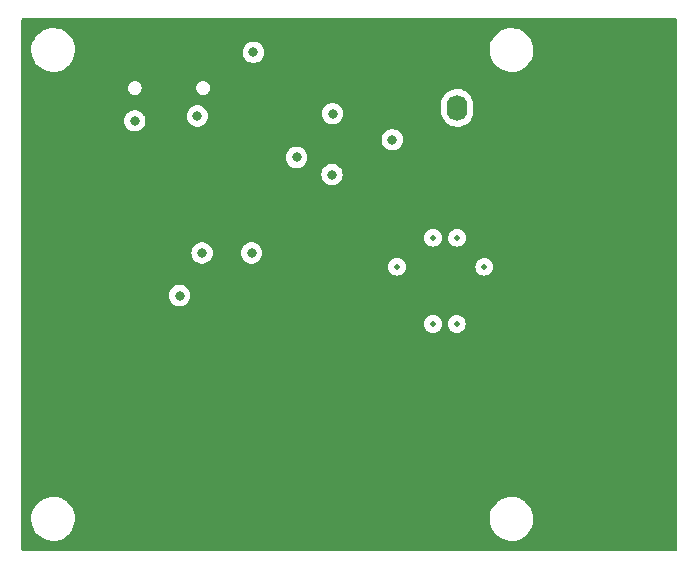
<source format=gbr>
%TF.GenerationSoftware,KiCad,Pcbnew,(7.0.0)*%
%TF.CreationDate,2023-06-21T12:56:18+01:00*%
%TF.ProjectId,CSAD10,43534144-3130-42e6-9b69-6361645f7063,0.2*%
%TF.SameCoordinates,Original*%
%TF.FileFunction,Copper,L3,Inr*%
%TF.FilePolarity,Positive*%
%FSLAX46Y46*%
G04 Gerber Fmt 4.6, Leading zero omitted, Abs format (unit mm)*
G04 Created by KiCad (PCBNEW (7.0.0)) date 2023-06-21 12:56:18*
%MOMM*%
%LPD*%
G01*
G04 APERTURE LIST*
G04 Aperture macros list*
%AMRoundRect*
0 Rectangle with rounded corners*
0 $1 Rounding radius*
0 $2 $3 $4 $5 $6 $7 $8 $9 X,Y pos of 4 corners*
0 Add a 4 corners polygon primitive as box body*
4,1,4,$2,$3,$4,$5,$6,$7,$8,$9,$2,$3,0*
0 Add four circle primitives for the rounded corners*
1,1,$1+$1,$2,$3*
1,1,$1+$1,$4,$5*
1,1,$1+$1,$6,$7*
1,1,$1+$1,$8,$9*
0 Add four rect primitives between the rounded corners*
20,1,$1+$1,$2,$3,$4,$5,0*
20,1,$1+$1,$4,$5,$6,$7,0*
20,1,$1+$1,$6,$7,$8,$9,0*
20,1,$1+$1,$8,$9,$2,$3,0*%
G04 Aperture macros list end*
%TA.AperFunction,ComponentPad*%
%ADD10RoundRect,0.250000X-0.620000X-0.845000X0.620000X-0.845000X0.620000X0.845000X-0.620000X0.845000X0*%
%TD*%
%TA.AperFunction,ComponentPad*%
%ADD11O,1.740000X2.190000*%
%TD*%
%TA.AperFunction,ComponentPad*%
%ADD12C,0.550000*%
%TD*%
%TA.AperFunction,ViaPad*%
%ADD13C,0.800000*%
%TD*%
%TA.AperFunction,ViaPad*%
%ADD14C,0.500000*%
%TD*%
G04 APERTURE END LIST*
D10*
%TO.N,GND*%
%TO.C,J1*%
X152760000Y-86000000D03*
D11*
%TO.N,Net-(J1-Pin_2)*%
X155299999Y-85999999D03*
%TD*%
D12*
%TO.N,GND*%
%TO.C,U3*%
X154000000Y-99400000D03*
X155300000Y-100700000D03*
X154000000Y-100700000D03*
X152700000Y-100700000D03*
X154000000Y-102000000D03*
%TD*%
D13*
%TO.N,GND*%
X124000000Y-85000000D03*
X146525000Y-87500000D03*
X120000000Y-85000000D03*
X127000000Y-103000000D03*
X135000000Y-90000000D03*
X153000000Y-120000000D03*
D14*
X153250000Y-106900000D03*
D13*
X153000000Y-113000000D03*
D14*
X147200000Y-99450000D03*
D13*
X168800000Y-114000000D03*
X162200000Y-87200000D03*
X168800000Y-104900000D03*
X165000000Y-119000000D03*
X169100000Y-82500000D03*
X163500000Y-79000000D03*
X136900000Y-83100000D03*
X133000000Y-120000000D03*
X149400000Y-110100000D03*
X166300000Y-82600000D03*
X158000000Y-85000000D03*
X127000000Y-100000000D03*
X166400000Y-87100000D03*
X131000000Y-98000000D03*
X146000000Y-104000000D03*
X159000000Y-91500000D03*
X126800000Y-86500000D03*
X159000000Y-101000000D03*
X168700000Y-118500000D03*
X165500000Y-109700000D03*
D14*
X153250000Y-94600000D03*
D13*
X166000000Y-91500000D03*
X125000000Y-98000000D03*
X145000000Y-96000000D03*
X123000000Y-110000000D03*
X156300000Y-81000000D03*
X165200000Y-101000000D03*
X138000000Y-90000000D03*
X162200000Y-114300000D03*
X150300000Y-85200000D03*
D14*
X155300000Y-94600000D03*
D13*
X135900000Y-103900000D03*
X131000000Y-103000000D03*
X168800000Y-100400000D03*
X158000000Y-106000000D03*
X124000000Y-89000000D03*
X151300000Y-91400000D03*
X165600000Y-122500000D03*
X160000000Y-110000000D03*
X129000000Y-89000000D03*
X149100000Y-85200000D03*
X149000000Y-79000000D03*
X166700000Y-95900000D03*
X166100000Y-105500000D03*
X135000000Y-86400000D03*
X168900000Y-95900000D03*
X150300000Y-79000000D03*
X169000000Y-91400000D03*
X169100000Y-86900000D03*
X165500000Y-114300000D03*
X132400000Y-110100000D03*
X121000000Y-98000000D03*
X143000000Y-120000000D03*
X156900000Y-95200000D03*
D14*
X155250000Y-106900000D03*
D13*
X168900000Y-109100000D03*
%TO.N,+3.3V*%
X144750000Y-86500000D03*
X133700000Y-98300000D03*
D14*
X155250000Y-104300000D03*
X155300000Y-97000000D03*
D13*
X141700000Y-90200000D03*
D14*
X153250000Y-97000000D03*
D13*
X137900000Y-98300000D03*
D14*
X157600000Y-99450000D03*
X153250000Y-104300000D03*
D13*
X149800000Y-88700000D03*
D14*
X150200000Y-99450000D03*
D13*
%TO.N,Net-(JP1-C)*%
X144700000Y-91650000D03*
X131800000Y-101900000D03*
%TO.N,Net-(J1-Pin_2)*%
X138050000Y-81300000D03*
X128000000Y-87100000D03*
X133300000Y-86700000D03*
%TD*%
%TA.AperFunction,Conductor*%
%TO.N,GND*%
G36*
X173837500Y-78417113D02*
G01*
X173882887Y-78462500D01*
X173899500Y-78524500D01*
X173899500Y-123375500D01*
X173882887Y-123437500D01*
X173837500Y-123482887D01*
X173775500Y-123499500D01*
X118524500Y-123499500D01*
X118462500Y-123482887D01*
X118417113Y-123437500D01*
X118400500Y-123375500D01*
X118400500Y-120867765D01*
X119245788Y-120867765D01*
X119246282Y-120872262D01*
X119246283Y-120872267D01*
X119274917Y-121132506D01*
X119274918Y-121132513D01*
X119275414Y-121137018D01*
X119276559Y-121141398D01*
X119276561Y-121141408D01*
X119308830Y-121264838D01*
X119343928Y-121399088D01*
X119345693Y-121403242D01*
X119345696Y-121403250D01*
X119448099Y-121644223D01*
X119449870Y-121648390D01*
X119452226Y-121652251D01*
X119452229Y-121652256D01*
X119588618Y-121875737D01*
X119590982Y-121879610D01*
X119764255Y-122087820D01*
X119767630Y-122090844D01*
X119767631Y-122090845D01*
X119872330Y-122184656D01*
X119965998Y-122268582D01*
X120191910Y-122418044D01*
X120437176Y-122533020D01*
X120696569Y-122611060D01*
X120964561Y-122650500D01*
X121165369Y-122650500D01*
X121167631Y-122650500D01*
X121370156Y-122635677D01*
X121634553Y-122576780D01*
X121887558Y-122480014D01*
X122123777Y-122347441D01*
X122338177Y-122181888D01*
X122526186Y-121986881D01*
X122683799Y-121766579D01*
X122807656Y-121525675D01*
X122895118Y-121269305D01*
X122944319Y-121002933D01*
X122949259Y-120867765D01*
X158045788Y-120867765D01*
X158046282Y-120872262D01*
X158046283Y-120872267D01*
X158074917Y-121132506D01*
X158074918Y-121132513D01*
X158075414Y-121137018D01*
X158076559Y-121141398D01*
X158076561Y-121141408D01*
X158108830Y-121264838D01*
X158143928Y-121399088D01*
X158145693Y-121403242D01*
X158145696Y-121403250D01*
X158248099Y-121644223D01*
X158249870Y-121648390D01*
X158252226Y-121652251D01*
X158252229Y-121652256D01*
X158388618Y-121875737D01*
X158390982Y-121879610D01*
X158564255Y-122087820D01*
X158567630Y-122090844D01*
X158567631Y-122090845D01*
X158672330Y-122184656D01*
X158765998Y-122268582D01*
X158991910Y-122418044D01*
X159237176Y-122533020D01*
X159496569Y-122611060D01*
X159764561Y-122650500D01*
X159965369Y-122650500D01*
X159967631Y-122650500D01*
X160170156Y-122635677D01*
X160434553Y-122576780D01*
X160687558Y-122480014D01*
X160923777Y-122347441D01*
X161138177Y-122181888D01*
X161326186Y-121986881D01*
X161483799Y-121766579D01*
X161607656Y-121525675D01*
X161695118Y-121269305D01*
X161744319Y-121002933D01*
X161754212Y-120732235D01*
X161724586Y-120462982D01*
X161656072Y-120200912D01*
X161550130Y-119951610D01*
X161409018Y-119720390D01*
X161235745Y-119512180D01*
X161130759Y-119418112D01*
X161037382Y-119334446D01*
X161037378Y-119334442D01*
X161034002Y-119331418D01*
X160808090Y-119181956D01*
X160803996Y-119180036D01*
X160803991Y-119180034D01*
X160566929Y-119068904D01*
X160566925Y-119068902D01*
X160562824Y-119066980D01*
X160558477Y-119065672D01*
X160558474Y-119065671D01*
X160307772Y-118990246D01*
X160307771Y-118990245D01*
X160303431Y-118988940D01*
X160298957Y-118988281D01*
X160298950Y-118988280D01*
X160039913Y-118950158D01*
X160039907Y-118950157D01*
X160035439Y-118949500D01*
X159832369Y-118949500D01*
X159830120Y-118949664D01*
X159830109Y-118949665D01*
X159634363Y-118963992D01*
X159634359Y-118963992D01*
X159629844Y-118964323D01*
X159625426Y-118965307D01*
X159625420Y-118965308D01*
X159369877Y-119022232D01*
X159369861Y-119022236D01*
X159365447Y-119023220D01*
X159361216Y-119024838D01*
X159361210Y-119024840D01*
X159116673Y-119118367D01*
X159116663Y-119118371D01*
X159112442Y-119119986D01*
X159108494Y-119122201D01*
X159108489Y-119122204D01*
X158880176Y-119250340D01*
X158880171Y-119250343D01*
X158876223Y-119252559D01*
X158872639Y-119255325D01*
X158872635Y-119255329D01*
X158665407Y-119415343D01*
X158665394Y-119415354D01*
X158661823Y-119418112D01*
X158658685Y-119421366D01*
X158658678Y-119421373D01*
X158476958Y-119609857D01*
X158476952Y-119609864D01*
X158473814Y-119613119D01*
X158471189Y-119616787D01*
X158471179Y-119616800D01*
X158318834Y-119829740D01*
X158318830Y-119829745D01*
X158316201Y-119833421D01*
X158314132Y-119837444D01*
X158314129Y-119837450D01*
X158194416Y-120070293D01*
X158194411Y-120070304D01*
X158192344Y-120074325D01*
X158190884Y-120078602D01*
X158190879Y-120078616D01*
X158106348Y-120326395D01*
X158106344Y-120326407D01*
X158104882Y-120330695D01*
X158104057Y-120335159D01*
X158104057Y-120335161D01*
X158056504Y-120592606D01*
X158056502Y-120592619D01*
X158055681Y-120597067D01*
X158055515Y-120601593D01*
X158055515Y-120601599D01*
X158050576Y-120736762D01*
X158045788Y-120867765D01*
X122949259Y-120867765D01*
X122954212Y-120732235D01*
X122924586Y-120462982D01*
X122856072Y-120200912D01*
X122750130Y-119951610D01*
X122609018Y-119720390D01*
X122435745Y-119512180D01*
X122330759Y-119418112D01*
X122237382Y-119334446D01*
X122237378Y-119334442D01*
X122234002Y-119331418D01*
X122008090Y-119181956D01*
X122003996Y-119180036D01*
X122003991Y-119180034D01*
X121766929Y-119068904D01*
X121766925Y-119068902D01*
X121762824Y-119066980D01*
X121758477Y-119065672D01*
X121758474Y-119065671D01*
X121507772Y-118990246D01*
X121507771Y-118990245D01*
X121503431Y-118988940D01*
X121498957Y-118988281D01*
X121498950Y-118988280D01*
X121239913Y-118950158D01*
X121239907Y-118950157D01*
X121235439Y-118949500D01*
X121032369Y-118949500D01*
X121030120Y-118949664D01*
X121030109Y-118949665D01*
X120834363Y-118963992D01*
X120834359Y-118963992D01*
X120829844Y-118964323D01*
X120825426Y-118965307D01*
X120825420Y-118965308D01*
X120569877Y-119022232D01*
X120569861Y-119022236D01*
X120565447Y-119023220D01*
X120561216Y-119024838D01*
X120561210Y-119024840D01*
X120316673Y-119118367D01*
X120316663Y-119118371D01*
X120312442Y-119119986D01*
X120308494Y-119122201D01*
X120308489Y-119122204D01*
X120080176Y-119250340D01*
X120080171Y-119250343D01*
X120076223Y-119252559D01*
X120072639Y-119255325D01*
X120072635Y-119255329D01*
X119865407Y-119415343D01*
X119865394Y-119415354D01*
X119861823Y-119418112D01*
X119858685Y-119421366D01*
X119858678Y-119421373D01*
X119676958Y-119609857D01*
X119676952Y-119609864D01*
X119673814Y-119613119D01*
X119671189Y-119616787D01*
X119671179Y-119616800D01*
X119518834Y-119829740D01*
X119518830Y-119829745D01*
X119516201Y-119833421D01*
X119514132Y-119837444D01*
X119514129Y-119837450D01*
X119394416Y-120070293D01*
X119394411Y-120070304D01*
X119392344Y-120074325D01*
X119390884Y-120078602D01*
X119390879Y-120078616D01*
X119306348Y-120326395D01*
X119306344Y-120326407D01*
X119304882Y-120330695D01*
X119304057Y-120335159D01*
X119304057Y-120335161D01*
X119256504Y-120592606D01*
X119256502Y-120592619D01*
X119255681Y-120597067D01*
X119255515Y-120601593D01*
X119255515Y-120601599D01*
X119250576Y-120736762D01*
X119245788Y-120867765D01*
X118400500Y-120867765D01*
X118400500Y-104300000D01*
X152494751Y-104300000D01*
X152495531Y-104306923D01*
X152512906Y-104461135D01*
X152512907Y-104461142D01*
X152513687Y-104468059D01*
X152569544Y-104627690D01*
X152659523Y-104770890D01*
X152779110Y-104890477D01*
X152922310Y-104980456D01*
X153081941Y-105036313D01*
X153250000Y-105055249D01*
X153418059Y-105036313D01*
X153577690Y-104980456D01*
X153720890Y-104890477D01*
X153840477Y-104770890D01*
X153930456Y-104627690D01*
X153986313Y-104468059D01*
X154005249Y-104300000D01*
X154494751Y-104300000D01*
X154495531Y-104306923D01*
X154512906Y-104461135D01*
X154512907Y-104461142D01*
X154513687Y-104468059D01*
X154569544Y-104627690D01*
X154659523Y-104770890D01*
X154779110Y-104890477D01*
X154922310Y-104980456D01*
X155081941Y-105036313D01*
X155250000Y-105055249D01*
X155418059Y-105036313D01*
X155577690Y-104980456D01*
X155720890Y-104890477D01*
X155840477Y-104770890D01*
X155930456Y-104627690D01*
X155986313Y-104468059D01*
X156005249Y-104300000D01*
X155986313Y-104131941D01*
X155930456Y-103972310D01*
X155840477Y-103829110D01*
X155720890Y-103709523D01*
X155577690Y-103619544D01*
X155571124Y-103617246D01*
X155571121Y-103617245D01*
X155424633Y-103565987D01*
X155424630Y-103565986D01*
X155418059Y-103563687D01*
X155411142Y-103562907D01*
X155411135Y-103562906D01*
X155256923Y-103545531D01*
X155250000Y-103544751D01*
X155243077Y-103545531D01*
X155088864Y-103562906D01*
X155088855Y-103562907D01*
X155081941Y-103563687D01*
X155075371Y-103565985D01*
X155075366Y-103565987D01*
X154928878Y-103617245D01*
X154928872Y-103617247D01*
X154922310Y-103619544D01*
X154916419Y-103623245D01*
X154916418Y-103623246D01*
X154785010Y-103705815D01*
X154785005Y-103705818D01*
X154779110Y-103709523D01*
X154774185Y-103714447D01*
X154774181Y-103714451D01*
X154664451Y-103824181D01*
X154664447Y-103824185D01*
X154659523Y-103829110D01*
X154655818Y-103835005D01*
X154655815Y-103835010D01*
X154573246Y-103966418D01*
X154569544Y-103972310D01*
X154567247Y-103978872D01*
X154567245Y-103978878D01*
X154515987Y-104125366D01*
X154515985Y-104125371D01*
X154513687Y-104131941D01*
X154512907Y-104138855D01*
X154512906Y-104138864D01*
X154495531Y-104293077D01*
X154494751Y-104300000D01*
X154005249Y-104300000D01*
X153986313Y-104131941D01*
X153930456Y-103972310D01*
X153840477Y-103829110D01*
X153720890Y-103709523D01*
X153577690Y-103619544D01*
X153571124Y-103617246D01*
X153571121Y-103617245D01*
X153424633Y-103565987D01*
X153424630Y-103565986D01*
X153418059Y-103563687D01*
X153411142Y-103562907D01*
X153411135Y-103562906D01*
X153256923Y-103545531D01*
X153250000Y-103544751D01*
X153243077Y-103545531D01*
X153088864Y-103562906D01*
X153088855Y-103562907D01*
X153081941Y-103563687D01*
X153075371Y-103565985D01*
X153075366Y-103565987D01*
X152928878Y-103617245D01*
X152928872Y-103617247D01*
X152922310Y-103619544D01*
X152916419Y-103623245D01*
X152916418Y-103623246D01*
X152785010Y-103705815D01*
X152785005Y-103705818D01*
X152779110Y-103709523D01*
X152774185Y-103714447D01*
X152774181Y-103714451D01*
X152664451Y-103824181D01*
X152664447Y-103824185D01*
X152659523Y-103829110D01*
X152655818Y-103835005D01*
X152655815Y-103835010D01*
X152573246Y-103966418D01*
X152569544Y-103972310D01*
X152567247Y-103978872D01*
X152567245Y-103978878D01*
X152515987Y-104125366D01*
X152515985Y-104125371D01*
X152513687Y-104131941D01*
X152512907Y-104138855D01*
X152512906Y-104138864D01*
X152495531Y-104293077D01*
X152494751Y-104300000D01*
X118400500Y-104300000D01*
X118400500Y-101900000D01*
X130894540Y-101900000D01*
X130895219Y-101906460D01*
X130913646Y-102081795D01*
X130913647Y-102081803D01*
X130914326Y-102088256D01*
X130916331Y-102094428D01*
X130916333Y-102094435D01*
X130970813Y-102262105D01*
X130972821Y-102268284D01*
X131067467Y-102432216D01*
X131194129Y-102572888D01*
X131347270Y-102684151D01*
X131520197Y-102761144D01*
X131705354Y-102800500D01*
X131888143Y-102800500D01*
X131894646Y-102800500D01*
X132079803Y-102761144D01*
X132252730Y-102684151D01*
X132405871Y-102572888D01*
X132532533Y-102432216D01*
X132627179Y-102268284D01*
X132685674Y-102088256D01*
X132705460Y-101900000D01*
X132685674Y-101711744D01*
X132627179Y-101531716D01*
X132532533Y-101367784D01*
X132405871Y-101227112D01*
X132400613Y-101223292D01*
X132400611Y-101223290D01*
X132257988Y-101119669D01*
X132257987Y-101119668D01*
X132252730Y-101115849D01*
X132246792Y-101113205D01*
X132085745Y-101041501D01*
X132085740Y-101041499D01*
X132079803Y-101038856D01*
X132073444Y-101037504D01*
X132073440Y-101037503D01*
X131901008Y-101000852D01*
X131901005Y-101000851D01*
X131894646Y-100999500D01*
X131705354Y-100999500D01*
X131698995Y-101000851D01*
X131698991Y-101000852D01*
X131526559Y-101037503D01*
X131526552Y-101037505D01*
X131520197Y-101038856D01*
X131514262Y-101041498D01*
X131514254Y-101041501D01*
X131353207Y-101113205D01*
X131353202Y-101113207D01*
X131347270Y-101115849D01*
X131342016Y-101119665D01*
X131342011Y-101119669D01*
X131199388Y-101223290D01*
X131199381Y-101223295D01*
X131194129Y-101227112D01*
X131189784Y-101231937D01*
X131189779Y-101231942D01*
X131071813Y-101362956D01*
X131071808Y-101362962D01*
X131067467Y-101367784D01*
X131064222Y-101373404D01*
X131064218Y-101373410D01*
X130976069Y-101526089D01*
X130976066Y-101526094D01*
X130972821Y-101531716D01*
X130970815Y-101537888D01*
X130970813Y-101537894D01*
X130916333Y-101705564D01*
X130916331Y-101705573D01*
X130914326Y-101711744D01*
X130913648Y-101718194D01*
X130913646Y-101718204D01*
X130895962Y-101886464D01*
X130894540Y-101900000D01*
X118400500Y-101900000D01*
X118400500Y-99450000D01*
X149444751Y-99450000D01*
X149445531Y-99456923D01*
X149462906Y-99611135D01*
X149462907Y-99611142D01*
X149463687Y-99618059D01*
X149519544Y-99777690D01*
X149609523Y-99920890D01*
X149729110Y-100040477D01*
X149872310Y-100130456D01*
X150031941Y-100186313D01*
X150200000Y-100205249D01*
X150368059Y-100186313D01*
X150527690Y-100130456D01*
X150670890Y-100040477D01*
X150790477Y-99920890D01*
X150880456Y-99777690D01*
X150936313Y-99618059D01*
X150955249Y-99450000D01*
X156844751Y-99450000D01*
X156845531Y-99456923D01*
X156862906Y-99611135D01*
X156862907Y-99611142D01*
X156863687Y-99618059D01*
X156919544Y-99777690D01*
X157009523Y-99920890D01*
X157129110Y-100040477D01*
X157272310Y-100130456D01*
X157431941Y-100186313D01*
X157600000Y-100205249D01*
X157768059Y-100186313D01*
X157927690Y-100130456D01*
X158070890Y-100040477D01*
X158190477Y-99920890D01*
X158280456Y-99777690D01*
X158336313Y-99618059D01*
X158355249Y-99450000D01*
X158336313Y-99281941D01*
X158280456Y-99122310D01*
X158190477Y-98979110D01*
X158070890Y-98859523D01*
X157927690Y-98769544D01*
X157921124Y-98767246D01*
X157921121Y-98767245D01*
X157774633Y-98715987D01*
X157774630Y-98715986D01*
X157768059Y-98713687D01*
X157761142Y-98712907D01*
X157761135Y-98712906D01*
X157606923Y-98695531D01*
X157600000Y-98694751D01*
X157593077Y-98695531D01*
X157438864Y-98712906D01*
X157438855Y-98712907D01*
X157431941Y-98713687D01*
X157425371Y-98715985D01*
X157425366Y-98715987D01*
X157278878Y-98767245D01*
X157278872Y-98767247D01*
X157272310Y-98769544D01*
X157266419Y-98773245D01*
X157266418Y-98773246D01*
X157135010Y-98855815D01*
X157135005Y-98855818D01*
X157129110Y-98859523D01*
X157124185Y-98864447D01*
X157124181Y-98864451D01*
X157014451Y-98974181D01*
X157014447Y-98974185D01*
X157009523Y-98979110D01*
X157005818Y-98985005D01*
X157005815Y-98985010D01*
X156945922Y-99080330D01*
X156919544Y-99122310D01*
X156917247Y-99128872D01*
X156917245Y-99128878D01*
X156865987Y-99275366D01*
X156865985Y-99275371D01*
X156863687Y-99281941D01*
X156862907Y-99288855D01*
X156862906Y-99288864D01*
X156845531Y-99443077D01*
X156844751Y-99450000D01*
X150955249Y-99450000D01*
X150936313Y-99281941D01*
X150880456Y-99122310D01*
X150790477Y-98979110D01*
X150670890Y-98859523D01*
X150527690Y-98769544D01*
X150521124Y-98767246D01*
X150521121Y-98767245D01*
X150374633Y-98715987D01*
X150374630Y-98715986D01*
X150368059Y-98713687D01*
X150361142Y-98712907D01*
X150361135Y-98712906D01*
X150206923Y-98695531D01*
X150200000Y-98694751D01*
X150193077Y-98695531D01*
X150038864Y-98712906D01*
X150038855Y-98712907D01*
X150031941Y-98713687D01*
X150025371Y-98715985D01*
X150025366Y-98715987D01*
X149878878Y-98767245D01*
X149878872Y-98767247D01*
X149872310Y-98769544D01*
X149866419Y-98773245D01*
X149866418Y-98773246D01*
X149735010Y-98855815D01*
X149735005Y-98855818D01*
X149729110Y-98859523D01*
X149724185Y-98864447D01*
X149724181Y-98864451D01*
X149614451Y-98974181D01*
X149614447Y-98974185D01*
X149609523Y-98979110D01*
X149605818Y-98985005D01*
X149605815Y-98985010D01*
X149545922Y-99080330D01*
X149519544Y-99122310D01*
X149517247Y-99128872D01*
X149517245Y-99128878D01*
X149465987Y-99275366D01*
X149465985Y-99275371D01*
X149463687Y-99281941D01*
X149462907Y-99288855D01*
X149462906Y-99288864D01*
X149445531Y-99443077D01*
X149444751Y-99450000D01*
X118400500Y-99450000D01*
X118400500Y-98300000D01*
X132794540Y-98300000D01*
X132795219Y-98306460D01*
X132813646Y-98481795D01*
X132813647Y-98481803D01*
X132814326Y-98488256D01*
X132816331Y-98494428D01*
X132816333Y-98494435D01*
X132870813Y-98662105D01*
X132872821Y-98668284D01*
X132876068Y-98673908D01*
X132876069Y-98673910D01*
X132933420Y-98773246D01*
X132967467Y-98832216D01*
X132971811Y-98837041D01*
X132971813Y-98837043D01*
X133089779Y-98968057D01*
X133094129Y-98972888D01*
X133099387Y-98976708D01*
X133099388Y-98976709D01*
X133170699Y-99028519D01*
X133247270Y-99084151D01*
X133420197Y-99161144D01*
X133605354Y-99200500D01*
X133788143Y-99200500D01*
X133794646Y-99200500D01*
X133979803Y-99161144D01*
X134152730Y-99084151D01*
X134305871Y-98972888D01*
X134432533Y-98832216D01*
X134527179Y-98668284D01*
X134585674Y-98488256D01*
X134605460Y-98300000D01*
X136994540Y-98300000D01*
X136995219Y-98306460D01*
X137013646Y-98481795D01*
X137013647Y-98481803D01*
X137014326Y-98488256D01*
X137016331Y-98494428D01*
X137016333Y-98494435D01*
X137070813Y-98662105D01*
X137072821Y-98668284D01*
X137076068Y-98673908D01*
X137076069Y-98673910D01*
X137133420Y-98773246D01*
X137167467Y-98832216D01*
X137171811Y-98837041D01*
X137171813Y-98837043D01*
X137289779Y-98968057D01*
X137294129Y-98972888D01*
X137299387Y-98976708D01*
X137299388Y-98976709D01*
X137370699Y-99028519D01*
X137447270Y-99084151D01*
X137620197Y-99161144D01*
X137805354Y-99200500D01*
X137988143Y-99200500D01*
X137994646Y-99200500D01*
X138179803Y-99161144D01*
X138352730Y-99084151D01*
X138505871Y-98972888D01*
X138632533Y-98832216D01*
X138727179Y-98668284D01*
X138785674Y-98488256D01*
X138805460Y-98300000D01*
X138785674Y-98111744D01*
X138727179Y-97931716D01*
X138632533Y-97767784D01*
X138621246Y-97755249D01*
X138510220Y-97631942D01*
X138510219Y-97631941D01*
X138505871Y-97627112D01*
X138500613Y-97623292D01*
X138500611Y-97623290D01*
X138357988Y-97519669D01*
X138357987Y-97519668D01*
X138352730Y-97515849D01*
X138346792Y-97513205D01*
X138185745Y-97441501D01*
X138185740Y-97441499D01*
X138179803Y-97438856D01*
X138173444Y-97437504D01*
X138173440Y-97437503D01*
X138001008Y-97400852D01*
X138001005Y-97400851D01*
X137994646Y-97399500D01*
X137805354Y-97399500D01*
X137798995Y-97400851D01*
X137798991Y-97400852D01*
X137626559Y-97437503D01*
X137626552Y-97437505D01*
X137620197Y-97438856D01*
X137614262Y-97441498D01*
X137614254Y-97441501D01*
X137453207Y-97513205D01*
X137453202Y-97513207D01*
X137447270Y-97515849D01*
X137442016Y-97519665D01*
X137442011Y-97519669D01*
X137299388Y-97623290D01*
X137299381Y-97623295D01*
X137294129Y-97627112D01*
X137289784Y-97631937D01*
X137289779Y-97631942D01*
X137171813Y-97762956D01*
X137171808Y-97762962D01*
X137167467Y-97767784D01*
X137164222Y-97773404D01*
X137164218Y-97773410D01*
X137076069Y-97926089D01*
X137076066Y-97926094D01*
X137072821Y-97931716D01*
X137070815Y-97937888D01*
X137070813Y-97937894D01*
X137016333Y-98105564D01*
X137016331Y-98105573D01*
X137014326Y-98111744D01*
X137013648Y-98118194D01*
X137013646Y-98118204D01*
X136995962Y-98286464D01*
X136994540Y-98300000D01*
X134605460Y-98300000D01*
X134585674Y-98111744D01*
X134527179Y-97931716D01*
X134432533Y-97767784D01*
X134421246Y-97755249D01*
X134310220Y-97631942D01*
X134310219Y-97631941D01*
X134305871Y-97627112D01*
X134300613Y-97623292D01*
X134300611Y-97623290D01*
X134157988Y-97519669D01*
X134157987Y-97519668D01*
X134152730Y-97515849D01*
X134146792Y-97513205D01*
X133985745Y-97441501D01*
X133985740Y-97441499D01*
X133979803Y-97438856D01*
X133973444Y-97437504D01*
X133973440Y-97437503D01*
X133801008Y-97400852D01*
X133801005Y-97400851D01*
X133794646Y-97399500D01*
X133605354Y-97399500D01*
X133598995Y-97400851D01*
X133598991Y-97400852D01*
X133426559Y-97437503D01*
X133426552Y-97437505D01*
X133420197Y-97438856D01*
X133414262Y-97441498D01*
X133414254Y-97441501D01*
X133253207Y-97513205D01*
X133253202Y-97513207D01*
X133247270Y-97515849D01*
X133242016Y-97519665D01*
X133242011Y-97519669D01*
X133099388Y-97623290D01*
X133099381Y-97623295D01*
X133094129Y-97627112D01*
X133089784Y-97631937D01*
X133089779Y-97631942D01*
X132971813Y-97762956D01*
X132971808Y-97762962D01*
X132967467Y-97767784D01*
X132964222Y-97773404D01*
X132964218Y-97773410D01*
X132876069Y-97926089D01*
X132876066Y-97926094D01*
X132872821Y-97931716D01*
X132870815Y-97937888D01*
X132870813Y-97937894D01*
X132816333Y-98105564D01*
X132816331Y-98105573D01*
X132814326Y-98111744D01*
X132813648Y-98118194D01*
X132813646Y-98118204D01*
X132795962Y-98286464D01*
X132794540Y-98300000D01*
X118400500Y-98300000D01*
X118400500Y-97000000D01*
X152494751Y-97000000D01*
X152495531Y-97006923D01*
X152512906Y-97161135D01*
X152512907Y-97161142D01*
X152513687Y-97168059D01*
X152569544Y-97327690D01*
X152659523Y-97470890D01*
X152779110Y-97590477D01*
X152922310Y-97680456D01*
X153081941Y-97736313D01*
X153250000Y-97755249D01*
X153418059Y-97736313D01*
X153577690Y-97680456D01*
X153720890Y-97590477D01*
X153840477Y-97470890D01*
X153930456Y-97327690D01*
X153986313Y-97168059D01*
X154005249Y-97000000D01*
X154544751Y-97000000D01*
X154545531Y-97006923D01*
X154562906Y-97161135D01*
X154562907Y-97161142D01*
X154563687Y-97168059D01*
X154619544Y-97327690D01*
X154709523Y-97470890D01*
X154829110Y-97590477D01*
X154972310Y-97680456D01*
X155131941Y-97736313D01*
X155300000Y-97755249D01*
X155468059Y-97736313D01*
X155627690Y-97680456D01*
X155770890Y-97590477D01*
X155890477Y-97470890D01*
X155980456Y-97327690D01*
X156036313Y-97168059D01*
X156055249Y-97000000D01*
X156036313Y-96831941D01*
X155980456Y-96672310D01*
X155890477Y-96529110D01*
X155770890Y-96409523D01*
X155627690Y-96319544D01*
X155621124Y-96317246D01*
X155621121Y-96317245D01*
X155474633Y-96265987D01*
X155474630Y-96265986D01*
X155468059Y-96263687D01*
X155461142Y-96262907D01*
X155461135Y-96262906D01*
X155306923Y-96245531D01*
X155300000Y-96244751D01*
X155293077Y-96245531D01*
X155138864Y-96262906D01*
X155138855Y-96262907D01*
X155131941Y-96263687D01*
X155125371Y-96265985D01*
X155125366Y-96265987D01*
X154978878Y-96317245D01*
X154978872Y-96317247D01*
X154972310Y-96319544D01*
X154966419Y-96323245D01*
X154966418Y-96323246D01*
X154835010Y-96405815D01*
X154835005Y-96405818D01*
X154829110Y-96409523D01*
X154824185Y-96414447D01*
X154824181Y-96414451D01*
X154714451Y-96524181D01*
X154714447Y-96524185D01*
X154709523Y-96529110D01*
X154705818Y-96535005D01*
X154705815Y-96535010D01*
X154623246Y-96666418D01*
X154619544Y-96672310D01*
X154617247Y-96678872D01*
X154617245Y-96678878D01*
X154565987Y-96825366D01*
X154565985Y-96825371D01*
X154563687Y-96831941D01*
X154562907Y-96838855D01*
X154562906Y-96838864D01*
X154545531Y-96993077D01*
X154544751Y-97000000D01*
X154005249Y-97000000D01*
X153986313Y-96831941D01*
X153930456Y-96672310D01*
X153840477Y-96529110D01*
X153720890Y-96409523D01*
X153577690Y-96319544D01*
X153571124Y-96317246D01*
X153571121Y-96317245D01*
X153424633Y-96265987D01*
X153424630Y-96265986D01*
X153418059Y-96263687D01*
X153411142Y-96262907D01*
X153411135Y-96262906D01*
X153256923Y-96245531D01*
X153250000Y-96244751D01*
X153243077Y-96245531D01*
X153088864Y-96262906D01*
X153088855Y-96262907D01*
X153081941Y-96263687D01*
X153075371Y-96265985D01*
X153075366Y-96265987D01*
X152928878Y-96317245D01*
X152928872Y-96317247D01*
X152922310Y-96319544D01*
X152916419Y-96323245D01*
X152916418Y-96323246D01*
X152785010Y-96405815D01*
X152785005Y-96405818D01*
X152779110Y-96409523D01*
X152774185Y-96414447D01*
X152774181Y-96414451D01*
X152664451Y-96524181D01*
X152664447Y-96524185D01*
X152659523Y-96529110D01*
X152655818Y-96535005D01*
X152655815Y-96535010D01*
X152573246Y-96666418D01*
X152569544Y-96672310D01*
X152567247Y-96678872D01*
X152567245Y-96678878D01*
X152515987Y-96825366D01*
X152515985Y-96825371D01*
X152513687Y-96831941D01*
X152512907Y-96838855D01*
X152512906Y-96838864D01*
X152495531Y-96993077D01*
X152494751Y-97000000D01*
X118400500Y-97000000D01*
X118400500Y-91650000D01*
X143794540Y-91650000D01*
X143795219Y-91656460D01*
X143813646Y-91831795D01*
X143813647Y-91831803D01*
X143814326Y-91838256D01*
X143816331Y-91844428D01*
X143816333Y-91844435D01*
X143870813Y-92012105D01*
X143872821Y-92018284D01*
X143967467Y-92182216D01*
X144094129Y-92322888D01*
X144247270Y-92434151D01*
X144420197Y-92511144D01*
X144605354Y-92550500D01*
X144788143Y-92550500D01*
X144794646Y-92550500D01*
X144979803Y-92511144D01*
X145152730Y-92434151D01*
X145305871Y-92322888D01*
X145432533Y-92182216D01*
X145527179Y-92018284D01*
X145585674Y-91838256D01*
X145605460Y-91650000D01*
X145585674Y-91461744D01*
X145527179Y-91281716D01*
X145432533Y-91117784D01*
X145416970Y-91100500D01*
X145310220Y-90981942D01*
X145310219Y-90981941D01*
X145305871Y-90977112D01*
X145300613Y-90973292D01*
X145300611Y-90973290D01*
X145157988Y-90869669D01*
X145157987Y-90869668D01*
X145152730Y-90865849D01*
X145146792Y-90863205D01*
X144985745Y-90791501D01*
X144985740Y-90791499D01*
X144979803Y-90788856D01*
X144973444Y-90787504D01*
X144973440Y-90787503D01*
X144801008Y-90750852D01*
X144801005Y-90750851D01*
X144794646Y-90749500D01*
X144605354Y-90749500D01*
X144598995Y-90750851D01*
X144598991Y-90750852D01*
X144426559Y-90787503D01*
X144426552Y-90787505D01*
X144420197Y-90788856D01*
X144414262Y-90791498D01*
X144414254Y-90791501D01*
X144253207Y-90863205D01*
X144253202Y-90863207D01*
X144247270Y-90865849D01*
X144242016Y-90869665D01*
X144242011Y-90869669D01*
X144099388Y-90973290D01*
X144099381Y-90973295D01*
X144094129Y-90977112D01*
X144089784Y-90981937D01*
X144089779Y-90981942D01*
X143971813Y-91112956D01*
X143971808Y-91112962D01*
X143967467Y-91117784D01*
X143964222Y-91123404D01*
X143964218Y-91123410D01*
X143876069Y-91276089D01*
X143876066Y-91276094D01*
X143872821Y-91281716D01*
X143870815Y-91287888D01*
X143870813Y-91287894D01*
X143816333Y-91455564D01*
X143816331Y-91455573D01*
X143814326Y-91461744D01*
X143813648Y-91468194D01*
X143813646Y-91468204D01*
X143795962Y-91636464D01*
X143794540Y-91650000D01*
X118400500Y-91650000D01*
X118400500Y-90200000D01*
X140794540Y-90200000D01*
X140795219Y-90206460D01*
X140813646Y-90381795D01*
X140813647Y-90381803D01*
X140814326Y-90388256D01*
X140816331Y-90394428D01*
X140816333Y-90394435D01*
X140870813Y-90562105D01*
X140872821Y-90568284D01*
X140967467Y-90732216D01*
X140971811Y-90737041D01*
X140971813Y-90737043D01*
X141085410Y-90863205D01*
X141094129Y-90872888D01*
X141247270Y-90984151D01*
X141420197Y-91061144D01*
X141605354Y-91100500D01*
X141788143Y-91100500D01*
X141794646Y-91100500D01*
X141979803Y-91061144D01*
X142152730Y-90984151D01*
X142305871Y-90872888D01*
X142432533Y-90732216D01*
X142527179Y-90568284D01*
X142585674Y-90388256D01*
X142605460Y-90200000D01*
X142585674Y-90011744D01*
X142527179Y-89831716D01*
X142432533Y-89667784D01*
X142305871Y-89527112D01*
X142300613Y-89523292D01*
X142300611Y-89523290D01*
X142157988Y-89419669D01*
X142157987Y-89419668D01*
X142152730Y-89415849D01*
X142146792Y-89413205D01*
X141985745Y-89341501D01*
X141985740Y-89341499D01*
X141979803Y-89338856D01*
X141973444Y-89337504D01*
X141973440Y-89337503D01*
X141801008Y-89300852D01*
X141801005Y-89300851D01*
X141794646Y-89299500D01*
X141605354Y-89299500D01*
X141598995Y-89300851D01*
X141598991Y-89300852D01*
X141426559Y-89337503D01*
X141426552Y-89337505D01*
X141420197Y-89338856D01*
X141414262Y-89341498D01*
X141414254Y-89341501D01*
X141253207Y-89413205D01*
X141253202Y-89413207D01*
X141247270Y-89415849D01*
X141242016Y-89419665D01*
X141242011Y-89419669D01*
X141099388Y-89523290D01*
X141099381Y-89523295D01*
X141094129Y-89527112D01*
X141089784Y-89531937D01*
X141089779Y-89531942D01*
X140971813Y-89662956D01*
X140971808Y-89662962D01*
X140967467Y-89667784D01*
X140964222Y-89673404D01*
X140964218Y-89673410D01*
X140876069Y-89826089D01*
X140876066Y-89826094D01*
X140872821Y-89831716D01*
X140870815Y-89837888D01*
X140870813Y-89837894D01*
X140816333Y-90005564D01*
X140816331Y-90005573D01*
X140814326Y-90011744D01*
X140813648Y-90018194D01*
X140813646Y-90018204D01*
X140795962Y-90186464D01*
X140794540Y-90200000D01*
X118400500Y-90200000D01*
X118400500Y-88700000D01*
X148894540Y-88700000D01*
X148895219Y-88706460D01*
X148913646Y-88881795D01*
X148913647Y-88881803D01*
X148914326Y-88888256D01*
X148916331Y-88894428D01*
X148916333Y-88894435D01*
X148970813Y-89062105D01*
X148972821Y-89068284D01*
X149067467Y-89232216D01*
X149194129Y-89372888D01*
X149347270Y-89484151D01*
X149520197Y-89561144D01*
X149705354Y-89600500D01*
X149888143Y-89600500D01*
X149894646Y-89600500D01*
X150079803Y-89561144D01*
X150252730Y-89484151D01*
X150405871Y-89372888D01*
X150532533Y-89232216D01*
X150627179Y-89068284D01*
X150685674Y-88888256D01*
X150705460Y-88700000D01*
X150685674Y-88511744D01*
X150627179Y-88331716D01*
X150532533Y-88167784D01*
X150405871Y-88027112D01*
X150400613Y-88023292D01*
X150400611Y-88023290D01*
X150257988Y-87919669D01*
X150257987Y-87919668D01*
X150252730Y-87915849D01*
X150246792Y-87913205D01*
X150085745Y-87841501D01*
X150085740Y-87841499D01*
X150079803Y-87838856D01*
X150073444Y-87837504D01*
X150073440Y-87837503D01*
X149901008Y-87800852D01*
X149901005Y-87800851D01*
X149894646Y-87799500D01*
X149705354Y-87799500D01*
X149698995Y-87800851D01*
X149698991Y-87800852D01*
X149526559Y-87837503D01*
X149526552Y-87837505D01*
X149520197Y-87838856D01*
X149514262Y-87841498D01*
X149514254Y-87841501D01*
X149353207Y-87913205D01*
X149353202Y-87913207D01*
X149347270Y-87915849D01*
X149342016Y-87919665D01*
X149342011Y-87919669D01*
X149199388Y-88023290D01*
X149199381Y-88023295D01*
X149194129Y-88027112D01*
X149189784Y-88031937D01*
X149189779Y-88031942D01*
X149071813Y-88162956D01*
X149071808Y-88162962D01*
X149067467Y-88167784D01*
X149064222Y-88173404D01*
X149064218Y-88173410D01*
X148976069Y-88326089D01*
X148976066Y-88326094D01*
X148972821Y-88331716D01*
X148970815Y-88337888D01*
X148970813Y-88337894D01*
X148916333Y-88505564D01*
X148916331Y-88505573D01*
X148914326Y-88511744D01*
X148913648Y-88518194D01*
X148913646Y-88518204D01*
X148895962Y-88686464D01*
X148894540Y-88700000D01*
X118400500Y-88700000D01*
X118400500Y-87100000D01*
X127094540Y-87100000D01*
X127095219Y-87106460D01*
X127113646Y-87281795D01*
X127113647Y-87281803D01*
X127114326Y-87288256D01*
X127116331Y-87294428D01*
X127116333Y-87294435D01*
X127170813Y-87462105D01*
X127172821Y-87468284D01*
X127176068Y-87473908D01*
X127176069Y-87473910D01*
X127248374Y-87599147D01*
X127267467Y-87632216D01*
X127394129Y-87772888D01*
X127547270Y-87884151D01*
X127720197Y-87961144D01*
X127905354Y-88000500D01*
X128088143Y-88000500D01*
X128094646Y-88000500D01*
X128279803Y-87961144D01*
X128452730Y-87884151D01*
X128605871Y-87772888D01*
X128732533Y-87632216D01*
X128827179Y-87468284D01*
X128885674Y-87288256D01*
X128905460Y-87100000D01*
X128885674Y-86911744D01*
X128827179Y-86731716D01*
X128808868Y-86700000D01*
X132394540Y-86700000D01*
X132395219Y-86706460D01*
X132413646Y-86881795D01*
X132413647Y-86881803D01*
X132414326Y-86888256D01*
X132416331Y-86894428D01*
X132416333Y-86894435D01*
X132462670Y-87037043D01*
X132472821Y-87068284D01*
X132476068Y-87073908D01*
X132476069Y-87073910D01*
X132537442Y-87180212D01*
X132567467Y-87232216D01*
X132571811Y-87237041D01*
X132571813Y-87237043D01*
X132684772Y-87362496D01*
X132694129Y-87372888D01*
X132699387Y-87376708D01*
X132699388Y-87376709D01*
X132732134Y-87400500D01*
X132847270Y-87484151D01*
X133020197Y-87561144D01*
X133205354Y-87600500D01*
X133388143Y-87600500D01*
X133394646Y-87600500D01*
X133579803Y-87561144D01*
X133752730Y-87484151D01*
X133905871Y-87372888D01*
X134032533Y-87232216D01*
X134127179Y-87068284D01*
X134185674Y-86888256D01*
X134205460Y-86700000D01*
X134185674Y-86511744D01*
X134181858Y-86500000D01*
X143844540Y-86500000D01*
X143845219Y-86506460D01*
X143863646Y-86681795D01*
X143863647Y-86681803D01*
X143864326Y-86688256D01*
X143866331Y-86694428D01*
X143866333Y-86694435D01*
X143920813Y-86862105D01*
X143922821Y-86868284D01*
X143926068Y-86873908D01*
X143926069Y-86873910D01*
X143998474Y-86999320D01*
X144017467Y-87032216D01*
X144021811Y-87037041D01*
X144021813Y-87037043D01*
X144078500Y-87100000D01*
X144144129Y-87172888D01*
X144149387Y-87176708D01*
X144149388Y-87176709D01*
X144218042Y-87226589D01*
X144297270Y-87284151D01*
X144470197Y-87361144D01*
X144655354Y-87400500D01*
X144838143Y-87400500D01*
X144844646Y-87400500D01*
X145029803Y-87361144D01*
X145202730Y-87284151D01*
X145355871Y-87172888D01*
X145482533Y-87032216D01*
X145577179Y-86868284D01*
X145635674Y-86688256D01*
X145655460Y-86500000D01*
X145635674Y-86311744D01*
X145626405Y-86283216D01*
X153929500Y-86283216D01*
X153929722Y-86285832D01*
X153929723Y-86285840D01*
X153943882Y-86452199D01*
X153943883Y-86452208D01*
X153944330Y-86457453D01*
X154003115Y-86683219D01*
X154005283Y-86688015D01*
X154005284Y-86688018D01*
X154097036Y-86890999D01*
X154097040Y-86891007D01*
X154099208Y-86895802D01*
X154229847Y-87089088D01*
X154391272Y-87257516D01*
X154578839Y-87396240D01*
X154787153Y-87501270D01*
X155010220Y-87569583D01*
X155241624Y-87599216D01*
X155474707Y-87589314D01*
X155702765Y-87540164D01*
X155919235Y-87453179D01*
X156117891Y-87330862D01*
X156293018Y-87176731D01*
X156439578Y-86995220D01*
X156553354Y-86791552D01*
X156631073Y-86571584D01*
X156670500Y-86341647D01*
X156670500Y-85716784D01*
X156655670Y-85542547D01*
X156596885Y-85316781D01*
X156500792Y-85104198D01*
X156370153Y-84910912D01*
X156208728Y-84742484D01*
X156192381Y-84730394D01*
X156142659Y-84693620D01*
X156021161Y-84603760D01*
X156016465Y-84601392D01*
X156016463Y-84601391D01*
X155904336Y-84544858D01*
X155812847Y-84498730D01*
X155807812Y-84497188D01*
X155594816Y-84431959D01*
X155594813Y-84431958D01*
X155589780Y-84430417D01*
X155435701Y-84410686D01*
X155363593Y-84401452D01*
X155363592Y-84401451D01*
X155358376Y-84400784D01*
X155353121Y-84401007D01*
X155353117Y-84401007D01*
X155130558Y-84410462D01*
X155130554Y-84410462D01*
X155125293Y-84410686D01*
X155120153Y-84411793D01*
X155120143Y-84411795D01*
X154902383Y-84458726D01*
X154902377Y-84458727D01*
X154897235Y-84459836D01*
X154892351Y-84461798D01*
X154892346Y-84461800D01*
X154685649Y-84544858D01*
X154685644Y-84544860D01*
X154680765Y-84546821D01*
X154676288Y-84549577D01*
X154676285Y-84549579D01*
X154486588Y-84666379D01*
X154486578Y-84666386D01*
X154482109Y-84669138D01*
X154478167Y-84672607D01*
X154478158Y-84672614D01*
X154313312Y-84817698D01*
X154306982Y-84823269D01*
X154303674Y-84827365D01*
X154303669Y-84827371D01*
X154163733Y-85000679D01*
X154160422Y-85004780D01*
X154157855Y-85009374D01*
X154157853Y-85009378D01*
X154049215Y-85203847D01*
X154049209Y-85203858D01*
X154046646Y-85208448D01*
X154044893Y-85213408D01*
X154044890Y-85213416D01*
X153970682Y-85423446D01*
X153970679Y-85423456D01*
X153968927Y-85428416D01*
X153968037Y-85433603D01*
X153968035Y-85433613D01*
X153930390Y-85653159D01*
X153930389Y-85653166D01*
X153929500Y-85658353D01*
X153929500Y-86283216D01*
X145626405Y-86283216D01*
X145577179Y-86131716D01*
X145482533Y-85967784D01*
X145355871Y-85827112D01*
X145350613Y-85823292D01*
X145350611Y-85823290D01*
X145207988Y-85719669D01*
X145207987Y-85719668D01*
X145202730Y-85715849D01*
X145196792Y-85713205D01*
X145035745Y-85641501D01*
X145035740Y-85641499D01*
X145029803Y-85638856D01*
X145023444Y-85637504D01*
X145023440Y-85637503D01*
X144851008Y-85600852D01*
X144851005Y-85600851D01*
X144844646Y-85599500D01*
X144655354Y-85599500D01*
X144648995Y-85600851D01*
X144648991Y-85600852D01*
X144476559Y-85637503D01*
X144476552Y-85637505D01*
X144470197Y-85638856D01*
X144464262Y-85641498D01*
X144464254Y-85641501D01*
X144303207Y-85713205D01*
X144303202Y-85713207D01*
X144297270Y-85715849D01*
X144292016Y-85719665D01*
X144292011Y-85719669D01*
X144149388Y-85823290D01*
X144149381Y-85823295D01*
X144144129Y-85827112D01*
X144139784Y-85831937D01*
X144139779Y-85831942D01*
X144021813Y-85962956D01*
X144021808Y-85962962D01*
X144017467Y-85967784D01*
X144014222Y-85973404D01*
X144014218Y-85973410D01*
X143926069Y-86126089D01*
X143926066Y-86126094D01*
X143922821Y-86131716D01*
X143920815Y-86137888D01*
X143920813Y-86137894D01*
X143866333Y-86305564D01*
X143866331Y-86305573D01*
X143864326Y-86311744D01*
X143863648Y-86318194D01*
X143863646Y-86318204D01*
X143851693Y-86431942D01*
X143844540Y-86500000D01*
X134181858Y-86500000D01*
X134127179Y-86331716D01*
X134032533Y-86167784D01*
X133905871Y-86027112D01*
X133900613Y-86023292D01*
X133900611Y-86023290D01*
X133757988Y-85919669D01*
X133757987Y-85919668D01*
X133752730Y-85915849D01*
X133746792Y-85913205D01*
X133585745Y-85841501D01*
X133585740Y-85841499D01*
X133579803Y-85838856D01*
X133573444Y-85837504D01*
X133573440Y-85837503D01*
X133401008Y-85800852D01*
X133401005Y-85800851D01*
X133394646Y-85799500D01*
X133205354Y-85799500D01*
X133198995Y-85800851D01*
X133198991Y-85800852D01*
X133026559Y-85837503D01*
X133026552Y-85837505D01*
X133020197Y-85838856D01*
X133014262Y-85841498D01*
X133014254Y-85841501D01*
X132853207Y-85913205D01*
X132853202Y-85913207D01*
X132847270Y-85915849D01*
X132842016Y-85919665D01*
X132842011Y-85919669D01*
X132699388Y-86023290D01*
X132699381Y-86023295D01*
X132694129Y-86027112D01*
X132689784Y-86031937D01*
X132689779Y-86031942D01*
X132571813Y-86162956D01*
X132571808Y-86162962D01*
X132567467Y-86167784D01*
X132564222Y-86173404D01*
X132564218Y-86173410D01*
X132476069Y-86326089D01*
X132476066Y-86326094D01*
X132472821Y-86331716D01*
X132470815Y-86337888D01*
X132470813Y-86337894D01*
X132416333Y-86505564D01*
X132416331Y-86505573D01*
X132414326Y-86511744D01*
X132413648Y-86518194D01*
X132413646Y-86518204D01*
X132407514Y-86576553D01*
X132394540Y-86700000D01*
X128808868Y-86700000D01*
X128732533Y-86567784D01*
X128677316Y-86506460D01*
X128610220Y-86431942D01*
X128610219Y-86431941D01*
X128605871Y-86427112D01*
X128600613Y-86423292D01*
X128600611Y-86423290D01*
X128457988Y-86319669D01*
X128457987Y-86319668D01*
X128452730Y-86315849D01*
X128446792Y-86313205D01*
X128285745Y-86241501D01*
X128285740Y-86241499D01*
X128279803Y-86238856D01*
X128273444Y-86237504D01*
X128273440Y-86237503D01*
X128101008Y-86200852D01*
X128101005Y-86200851D01*
X128094646Y-86199500D01*
X127905354Y-86199500D01*
X127898995Y-86200851D01*
X127898991Y-86200852D01*
X127726559Y-86237503D01*
X127726552Y-86237505D01*
X127720197Y-86238856D01*
X127714262Y-86241498D01*
X127714254Y-86241501D01*
X127553207Y-86313205D01*
X127553202Y-86313207D01*
X127547270Y-86315849D01*
X127542016Y-86319665D01*
X127542011Y-86319669D01*
X127399388Y-86423290D01*
X127399381Y-86423295D01*
X127394129Y-86427112D01*
X127389784Y-86431937D01*
X127389779Y-86431942D01*
X127271813Y-86562956D01*
X127271808Y-86562962D01*
X127267467Y-86567784D01*
X127264222Y-86573404D01*
X127264218Y-86573410D01*
X127176069Y-86726089D01*
X127176066Y-86726094D01*
X127172821Y-86731716D01*
X127170815Y-86737888D01*
X127170813Y-86737894D01*
X127116333Y-86905564D01*
X127116331Y-86905573D01*
X127114326Y-86911744D01*
X127113648Y-86918194D01*
X127113646Y-86918204D01*
X127101664Y-87032216D01*
X127094540Y-87100000D01*
X118400500Y-87100000D01*
X118400500Y-84315000D01*
X127429534Y-84315000D01*
X127430595Y-84323059D01*
X127448251Y-84457176D01*
X127448252Y-84457182D01*
X127449313Y-84465236D01*
X127452422Y-84472742D01*
X127452423Y-84472745D01*
X127483107Y-84546821D01*
X127507302Y-84605233D01*
X127512245Y-84611674D01*
X127512248Y-84611680D01*
X127594605Y-84719008D01*
X127599549Y-84725451D01*
X127605991Y-84730394D01*
X127713319Y-84812751D01*
X127713322Y-84812753D01*
X127719767Y-84817698D01*
X127859764Y-84875687D01*
X127972280Y-84890500D01*
X128043667Y-84890500D01*
X128047720Y-84890500D01*
X128160236Y-84875687D01*
X128300233Y-84817698D01*
X128420451Y-84725451D01*
X128512698Y-84605233D01*
X128570687Y-84465236D01*
X128590466Y-84315000D01*
X133209534Y-84315000D01*
X133210595Y-84323059D01*
X133228251Y-84457176D01*
X133228252Y-84457182D01*
X133229313Y-84465236D01*
X133232422Y-84472742D01*
X133232423Y-84472745D01*
X133263107Y-84546821D01*
X133287302Y-84605233D01*
X133292245Y-84611674D01*
X133292248Y-84611680D01*
X133374605Y-84719008D01*
X133379549Y-84725451D01*
X133385991Y-84730394D01*
X133493319Y-84812751D01*
X133493322Y-84812753D01*
X133499767Y-84817698D01*
X133639764Y-84875687D01*
X133752280Y-84890500D01*
X133823667Y-84890500D01*
X133827720Y-84890500D01*
X133940236Y-84875687D01*
X134080233Y-84817698D01*
X134200451Y-84725451D01*
X134292698Y-84605233D01*
X134350687Y-84465236D01*
X134370466Y-84315000D01*
X134350687Y-84164764D01*
X134292698Y-84024767D01*
X134287753Y-84018322D01*
X134287751Y-84018319D01*
X134205394Y-83910991D01*
X134200451Y-83904549D01*
X134194008Y-83899605D01*
X134086680Y-83817248D01*
X134086674Y-83817245D01*
X134080233Y-83812302D01*
X134072724Y-83809191D01*
X134072723Y-83809191D01*
X133947745Y-83757423D01*
X133947742Y-83757422D01*
X133940236Y-83754313D01*
X133932182Y-83753252D01*
X133932176Y-83753251D01*
X133831739Y-83740029D01*
X133831737Y-83740028D01*
X133827720Y-83739500D01*
X133752280Y-83739500D01*
X133748263Y-83740028D01*
X133748260Y-83740029D01*
X133647823Y-83753251D01*
X133647815Y-83753252D01*
X133639764Y-83754313D01*
X133632259Y-83757421D01*
X133632254Y-83757423D01*
X133507276Y-83809191D01*
X133507272Y-83809193D01*
X133499767Y-83812302D01*
X133493328Y-83817242D01*
X133493319Y-83817248D01*
X133385991Y-83899605D01*
X133385987Y-83899608D01*
X133379549Y-83904549D01*
X133374608Y-83910987D01*
X133374605Y-83910991D01*
X133292248Y-84018319D01*
X133292242Y-84018328D01*
X133287302Y-84024767D01*
X133284193Y-84032272D01*
X133284191Y-84032276D01*
X133232423Y-84157254D01*
X133232421Y-84157259D01*
X133229313Y-84164764D01*
X133228252Y-84172815D01*
X133228251Y-84172823D01*
X133210760Y-84305683D01*
X133209534Y-84315000D01*
X128590466Y-84315000D01*
X128570687Y-84164764D01*
X128512698Y-84024767D01*
X128507753Y-84018322D01*
X128507751Y-84018319D01*
X128425394Y-83910991D01*
X128420451Y-83904549D01*
X128414008Y-83899605D01*
X128306680Y-83817248D01*
X128306674Y-83817245D01*
X128300233Y-83812302D01*
X128292724Y-83809191D01*
X128292723Y-83809191D01*
X128167745Y-83757423D01*
X128167742Y-83757422D01*
X128160236Y-83754313D01*
X128152182Y-83753252D01*
X128152176Y-83753251D01*
X128051739Y-83740029D01*
X128051737Y-83740028D01*
X128047720Y-83739500D01*
X127972280Y-83739500D01*
X127968263Y-83740028D01*
X127968260Y-83740029D01*
X127867823Y-83753251D01*
X127867815Y-83753252D01*
X127859764Y-83754313D01*
X127852259Y-83757421D01*
X127852254Y-83757423D01*
X127727276Y-83809191D01*
X127727272Y-83809193D01*
X127719767Y-83812302D01*
X127713328Y-83817242D01*
X127713319Y-83817248D01*
X127605991Y-83899605D01*
X127605987Y-83899608D01*
X127599549Y-83904549D01*
X127594608Y-83910987D01*
X127594605Y-83910991D01*
X127512248Y-84018319D01*
X127512242Y-84018328D01*
X127507302Y-84024767D01*
X127504193Y-84032272D01*
X127504191Y-84032276D01*
X127452423Y-84157254D01*
X127452421Y-84157259D01*
X127449313Y-84164764D01*
X127448252Y-84172815D01*
X127448251Y-84172823D01*
X127430760Y-84305683D01*
X127429534Y-84315000D01*
X118400500Y-84315000D01*
X118400500Y-81167765D01*
X119245788Y-81167765D01*
X119246282Y-81172262D01*
X119246283Y-81172267D01*
X119274917Y-81432506D01*
X119274918Y-81432513D01*
X119275414Y-81437018D01*
X119276559Y-81441398D01*
X119276561Y-81441408D01*
X119308830Y-81564838D01*
X119343928Y-81699088D01*
X119345693Y-81703242D01*
X119345696Y-81703250D01*
X119448099Y-81944223D01*
X119449870Y-81948390D01*
X119452226Y-81952251D01*
X119452229Y-81952256D01*
X119530392Y-82080330D01*
X119590982Y-82179610D01*
X119764255Y-82387820D01*
X119767630Y-82390844D01*
X119767631Y-82390845D01*
X119872330Y-82484656D01*
X119965998Y-82568582D01*
X120191910Y-82718044D01*
X120437176Y-82833020D01*
X120696569Y-82911060D01*
X120964561Y-82950500D01*
X121165369Y-82950500D01*
X121167631Y-82950500D01*
X121370156Y-82935677D01*
X121634553Y-82876780D01*
X121887558Y-82780014D01*
X122123777Y-82647441D01*
X122338177Y-82481888D01*
X122526186Y-82286881D01*
X122683799Y-82066579D01*
X122807656Y-81825675D01*
X122895118Y-81569305D01*
X122944319Y-81302933D01*
X122944426Y-81300000D01*
X137144540Y-81300000D01*
X137145219Y-81306460D01*
X137163646Y-81481795D01*
X137163647Y-81481803D01*
X137164326Y-81488256D01*
X137166331Y-81494428D01*
X137166333Y-81494435D01*
X137192057Y-81573604D01*
X137222821Y-81668284D01*
X137226068Y-81673908D01*
X137226069Y-81673910D01*
X137313690Y-81825675D01*
X137317467Y-81832216D01*
X137444129Y-81972888D01*
X137597270Y-82084151D01*
X137770197Y-82161144D01*
X137955354Y-82200500D01*
X138138143Y-82200500D01*
X138144646Y-82200500D01*
X138329803Y-82161144D01*
X138502730Y-82084151D01*
X138655871Y-81972888D01*
X138782533Y-81832216D01*
X138877179Y-81668284D01*
X138935674Y-81488256D01*
X138955460Y-81300000D01*
X138941562Y-81167765D01*
X158045788Y-81167765D01*
X158046282Y-81172262D01*
X158046283Y-81172267D01*
X158074917Y-81432506D01*
X158074918Y-81432513D01*
X158075414Y-81437018D01*
X158076559Y-81441398D01*
X158076561Y-81441408D01*
X158108830Y-81564838D01*
X158143928Y-81699088D01*
X158145693Y-81703242D01*
X158145696Y-81703250D01*
X158248099Y-81944223D01*
X158249870Y-81948390D01*
X158252226Y-81952251D01*
X158252229Y-81952256D01*
X158330392Y-82080330D01*
X158390982Y-82179610D01*
X158564255Y-82387820D01*
X158567630Y-82390844D01*
X158567631Y-82390845D01*
X158672330Y-82484656D01*
X158765998Y-82568582D01*
X158991910Y-82718044D01*
X159237176Y-82833020D01*
X159496569Y-82911060D01*
X159764561Y-82950500D01*
X159965369Y-82950500D01*
X159967631Y-82950500D01*
X160170156Y-82935677D01*
X160434553Y-82876780D01*
X160687558Y-82780014D01*
X160923777Y-82647441D01*
X161138177Y-82481888D01*
X161326186Y-82286881D01*
X161483799Y-82066579D01*
X161607656Y-81825675D01*
X161695118Y-81569305D01*
X161744319Y-81302933D01*
X161754212Y-81032235D01*
X161724586Y-80762982D01*
X161656072Y-80500912D01*
X161550130Y-80251610D01*
X161409018Y-80020390D01*
X161235745Y-79812180D01*
X161130759Y-79718112D01*
X161037382Y-79634446D01*
X161037378Y-79634442D01*
X161034002Y-79631418D01*
X160808090Y-79481956D01*
X160803996Y-79480036D01*
X160803991Y-79480034D01*
X160566929Y-79368904D01*
X160566925Y-79368902D01*
X160562824Y-79366980D01*
X160558477Y-79365672D01*
X160558474Y-79365671D01*
X160307772Y-79290246D01*
X160307771Y-79290245D01*
X160303431Y-79288940D01*
X160298957Y-79288281D01*
X160298950Y-79288280D01*
X160039913Y-79250158D01*
X160039907Y-79250157D01*
X160035439Y-79249500D01*
X159832369Y-79249500D01*
X159830120Y-79249664D01*
X159830109Y-79249665D01*
X159634363Y-79263992D01*
X159634359Y-79263992D01*
X159629844Y-79264323D01*
X159625426Y-79265307D01*
X159625420Y-79265308D01*
X159369877Y-79322232D01*
X159369861Y-79322236D01*
X159365447Y-79323220D01*
X159361216Y-79324838D01*
X159361210Y-79324840D01*
X159116673Y-79418367D01*
X159116663Y-79418371D01*
X159112442Y-79419986D01*
X159108494Y-79422201D01*
X159108489Y-79422204D01*
X158880176Y-79550340D01*
X158880171Y-79550343D01*
X158876223Y-79552559D01*
X158872639Y-79555325D01*
X158872635Y-79555329D01*
X158665407Y-79715343D01*
X158665394Y-79715354D01*
X158661823Y-79718112D01*
X158658685Y-79721366D01*
X158658678Y-79721373D01*
X158476958Y-79909857D01*
X158476952Y-79909864D01*
X158473814Y-79913119D01*
X158471189Y-79916787D01*
X158471179Y-79916800D01*
X158318834Y-80129740D01*
X158318830Y-80129745D01*
X158316201Y-80133421D01*
X158314132Y-80137444D01*
X158314129Y-80137450D01*
X158194416Y-80370293D01*
X158194411Y-80370304D01*
X158192344Y-80374325D01*
X158190884Y-80378602D01*
X158190879Y-80378616D01*
X158106348Y-80626395D01*
X158106344Y-80626407D01*
X158104882Y-80630695D01*
X158104057Y-80635159D01*
X158104057Y-80635161D01*
X158056504Y-80892606D01*
X158056502Y-80892619D01*
X158055681Y-80897067D01*
X158055515Y-80901593D01*
X158055515Y-80901599D01*
X158050576Y-81036762D01*
X158045788Y-81167765D01*
X138941562Y-81167765D01*
X138935674Y-81111744D01*
X138877179Y-80931716D01*
X138782533Y-80767784D01*
X138655871Y-80627112D01*
X138650613Y-80623292D01*
X138650611Y-80623290D01*
X138507988Y-80519669D01*
X138507987Y-80519668D01*
X138502730Y-80515849D01*
X138479008Y-80505287D01*
X138335745Y-80441501D01*
X138335740Y-80441499D01*
X138329803Y-80438856D01*
X138323444Y-80437504D01*
X138323440Y-80437503D01*
X138151008Y-80400852D01*
X138151005Y-80400851D01*
X138144646Y-80399500D01*
X137955354Y-80399500D01*
X137948995Y-80400851D01*
X137948991Y-80400852D01*
X137776559Y-80437503D01*
X137776552Y-80437505D01*
X137770197Y-80438856D01*
X137764262Y-80441498D01*
X137764254Y-80441501D01*
X137603207Y-80513205D01*
X137603202Y-80513207D01*
X137597270Y-80515849D01*
X137592016Y-80519665D01*
X137592011Y-80519669D01*
X137449388Y-80623290D01*
X137449381Y-80623295D01*
X137444129Y-80627112D01*
X137439784Y-80631937D01*
X137439779Y-80631942D01*
X137321813Y-80762956D01*
X137321808Y-80762962D01*
X137317467Y-80767784D01*
X137314222Y-80773404D01*
X137314218Y-80773410D01*
X137226069Y-80926089D01*
X137226066Y-80926094D01*
X137222821Y-80931716D01*
X137220815Y-80937888D01*
X137220813Y-80937894D01*
X137166333Y-81105564D01*
X137166331Y-81105573D01*
X137164326Y-81111744D01*
X137163648Y-81118194D01*
X137163646Y-81118204D01*
X137145962Y-81286464D01*
X137144540Y-81300000D01*
X122944426Y-81300000D01*
X122954212Y-81032235D01*
X122924586Y-80762982D01*
X122856072Y-80500912D01*
X122750130Y-80251610D01*
X122609018Y-80020390D01*
X122435745Y-79812180D01*
X122330759Y-79718112D01*
X122237382Y-79634446D01*
X122237378Y-79634442D01*
X122234002Y-79631418D01*
X122008090Y-79481956D01*
X122003996Y-79480036D01*
X122003991Y-79480034D01*
X121766929Y-79368904D01*
X121766925Y-79368902D01*
X121762824Y-79366980D01*
X121758477Y-79365672D01*
X121758474Y-79365671D01*
X121507772Y-79290246D01*
X121507771Y-79290245D01*
X121503431Y-79288940D01*
X121498957Y-79288281D01*
X121498950Y-79288280D01*
X121239913Y-79250158D01*
X121239907Y-79250157D01*
X121235439Y-79249500D01*
X121032369Y-79249500D01*
X121030120Y-79249664D01*
X121030109Y-79249665D01*
X120834363Y-79263992D01*
X120834359Y-79263992D01*
X120829844Y-79264323D01*
X120825426Y-79265307D01*
X120825420Y-79265308D01*
X120569877Y-79322232D01*
X120569861Y-79322236D01*
X120565447Y-79323220D01*
X120561216Y-79324838D01*
X120561210Y-79324840D01*
X120316673Y-79418367D01*
X120316663Y-79418371D01*
X120312442Y-79419986D01*
X120308494Y-79422201D01*
X120308489Y-79422204D01*
X120080176Y-79550340D01*
X120080171Y-79550343D01*
X120076223Y-79552559D01*
X120072639Y-79555325D01*
X120072635Y-79555329D01*
X119865407Y-79715343D01*
X119865394Y-79715354D01*
X119861823Y-79718112D01*
X119858685Y-79721366D01*
X119858678Y-79721373D01*
X119676958Y-79909857D01*
X119676952Y-79909864D01*
X119673814Y-79913119D01*
X119671189Y-79916787D01*
X119671179Y-79916800D01*
X119518834Y-80129740D01*
X119518830Y-80129745D01*
X119516201Y-80133421D01*
X119514132Y-80137444D01*
X119514129Y-80137450D01*
X119394416Y-80370293D01*
X119394411Y-80370304D01*
X119392344Y-80374325D01*
X119390884Y-80378602D01*
X119390879Y-80378616D01*
X119306348Y-80626395D01*
X119306344Y-80626407D01*
X119304882Y-80630695D01*
X119304057Y-80635159D01*
X119304057Y-80635161D01*
X119256504Y-80892606D01*
X119256502Y-80892619D01*
X119255681Y-80897067D01*
X119255515Y-80901593D01*
X119255515Y-80901599D01*
X119250576Y-81036762D01*
X119245788Y-81167765D01*
X118400500Y-81167765D01*
X118400500Y-78524500D01*
X118417113Y-78462500D01*
X118462500Y-78417113D01*
X118524500Y-78400500D01*
X173775500Y-78400500D01*
X173837500Y-78417113D01*
G37*
%TD.AperFunction*%
%TD*%
M02*

</source>
